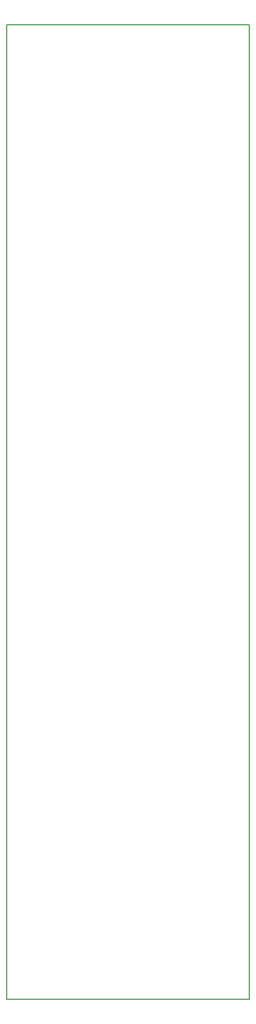
<source format=gm1>
G04 MADE WITH FRITZING*
G04 WWW.FRITZING.ORG*
G04 DOUBLE SIDED*
G04 HOLES PLATED*
G04 CONTOUR ON CENTER OF CONTOUR VECTOR*
%ASAXBY*%
%FSLAX23Y23*%
%MOIN*%
%OFA0B0*%
%SFA1.0B1.0*%
%ADD10R,1.574800X6.299220*%
%ADD11C,0.008000*%
%ADD10C,0.008*%
%LNCONTOUR*%
G90*
G70*
G54D10*
G54D11*
X4Y6295D02*
X1571Y6295D01*
X1571Y4D01*
X4Y4D01*
X4Y6295D01*
D02*
G04 End of contour*
M02*
</source>
